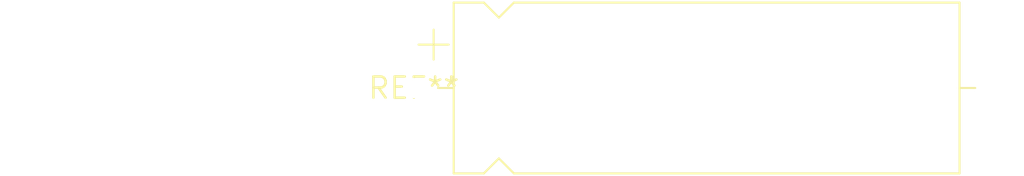
<source format=kicad_pcb>
(kicad_pcb (version 20240108) (generator pcbnew)
  (layers (0 "F.Cu" signal) (31 "B.Cu" signal) (34 "B.Paste" user) (35 "F.Paste" user) (36 "B.SilkS" user "B.Silkscreen") (37 "F.SilkS" user "F.Silkscreen") (38 "B.Mask" user) (39 "F.Mask" user) (44 "Edge.Cuts" user))
  (net 0 "")
  (footprint "CP_Axial_L30.0mm_D10.0mm_P35.00mm_Horizontal" (layer "F.Cu") (at 0 0)
    (property "Reference" "REF**")
    (property "Value" "CP_Axial_L30.0mm_D10.0mm_P35.00mm_Horizontal")
    (fp_line (start 0.28 -2.6) (end 2.08 -2.6) (layer "F.SilkS") (stroke (width 0.12)))
    (fp_line (start 1.18 -3.5) (end 1.18 -1.7) (layer "F.SilkS") (stroke (width 0.12)))
    (fp_line (start 1.44 0) (end 2.38 0) (layer "F.SilkS") (stroke (width 0.12)))
    (fp_line (start 2.38 -5.12) (end 2.38 5.12) (layer "F.SilkS") (stroke (width 0.12)))
    (fp_line (start 2.38 -5.12) (end 4.18 -5.12) (layer "F.SilkS") (stroke (width 0.12)))
    (fp_line (start 2.38 5.12) (end 4.18 5.12) (layer "F.SilkS") (stroke (width 0.12)))
    (fp_line (start 4.18 -5.12) (end 5.08 -4.22) (layer "F.SilkS") (stroke (width 0.12)))
    (fp_line (start 4.18 5.12) (end 5.08 4.22) (layer "F.SilkS") (stroke (width 0.12)))
    (fp_line (start 5.08 -4.22) (end 5.98 -5.12) (layer "F.SilkS") (stroke (width 0.12)))
    (fp_line (start 5.08 4.22) (end 5.98 5.12) (layer "F.SilkS") (stroke (width 0.12)))
    (fp_line (start 5.98 -5.12) (end 32.62 -5.12) (layer "F.SilkS") (stroke (width 0.12)))
    (fp_line (start 5.98 5.12) (end 32.62 5.12) (layer "F.SilkS") (stroke (width 0.12)))
    (fp_line (start 32.62 -5.12) (end 32.62 5.12) (layer "F.SilkS") (stroke (width 0.12)))
    (fp_line (start 33.56 0) (end 32.62 0) (layer "F.SilkS") (stroke (width 0.12)))
    (pad "1" thru_hole rect (at 0 0) (size 2.4 2.4) (drill 1.2) (layers *.Cu *.Mask) (remove_unused_layers))
    (pad "2" thru_hole oval (at 35 0) (size 2.4 2.4) (drill 1.2) (layers *.Cu *.Mask) (remove_unused_layers))
  )
)
</source>
